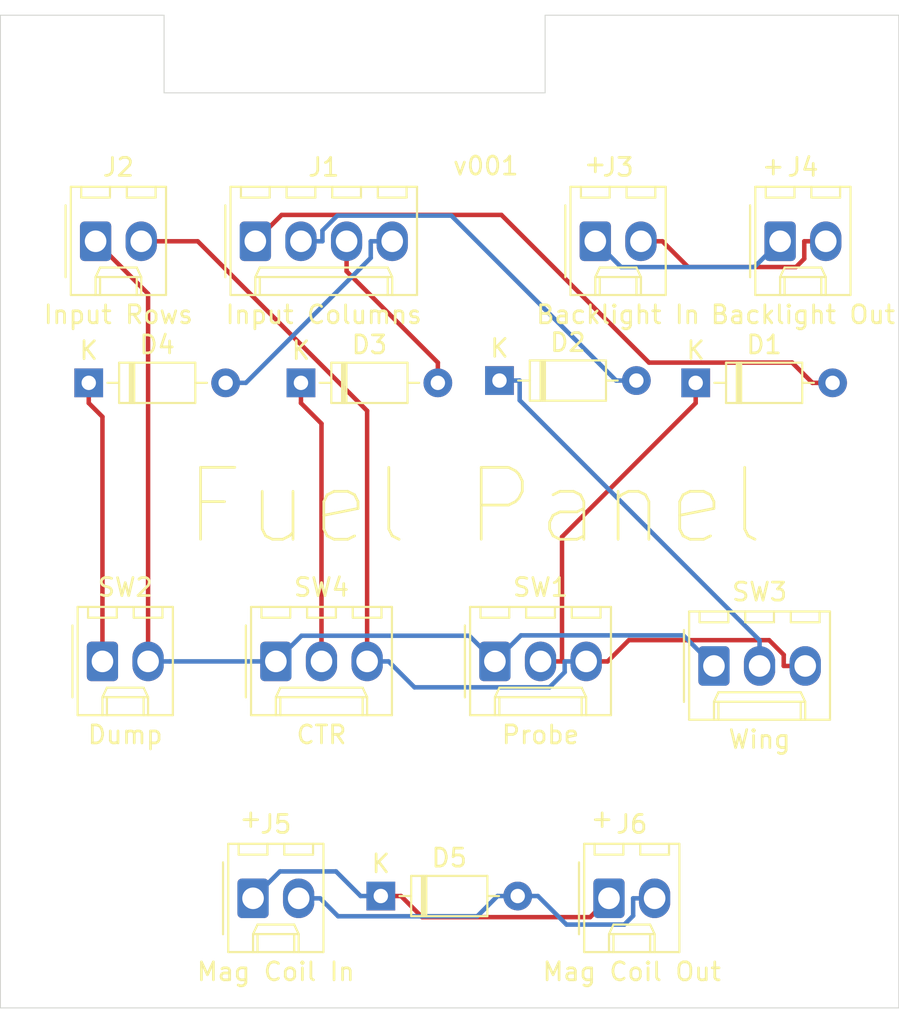
<source format=kicad_pcb>
(kicad_pcb (version 20171130) (host pcbnew "(5.1.5-0-10_14)")

  (general
    (thickness 1.6)
    (drawings 14)
    (tracks 86)
    (zones 0)
    (modules 19)
    (nets 15)
  )

  (page A4)
  (layers
    (0 F.Cu signal)
    (31 B.Cu signal)
    (32 B.Adhes user)
    (33 F.Adhes user)
    (34 B.Paste user)
    (35 F.Paste user)
    (36 B.SilkS user)
    (37 F.SilkS user)
    (38 B.Mask user)
    (39 F.Mask user)
    (40 Dwgs.User user)
    (41 Cmts.User user)
    (42 Eco1.User user)
    (43 Eco2.User user)
    (44 Edge.Cuts user)
    (45 Margin user)
    (46 B.CrtYd user)
    (47 F.CrtYd user)
    (48 B.Fab user)
    (49 F.Fab user)
  )

  (setup
    (last_trace_width 0.25)
    (trace_clearance 0.2)
    (zone_clearance 0.508)
    (zone_45_only no)
    (trace_min 0.2)
    (via_size 0.8)
    (via_drill 0.4)
    (via_min_size 0.4)
    (via_min_drill 0.3)
    (uvia_size 0.3)
    (uvia_drill 0.1)
    (uvias_allowed no)
    (uvia_min_size 0.2)
    (uvia_min_drill 0.1)
    (edge_width 0.05)
    (segment_width 0.2)
    (pcb_text_width 0.3)
    (pcb_text_size 1.5 1.5)
    (mod_edge_width 0.12)
    (mod_text_size 1 1)
    (mod_text_width 0.15)
    (pad_size 1.524 1.524)
    (pad_drill 0.762)
    (pad_to_mask_clearance 0.051)
    (solder_mask_min_width 0.25)
    (aux_axis_origin 0 0)
    (visible_elements FFFFFF7F)
    (pcbplotparams
      (layerselection 0x010fc_ffffffff)
      (usegerberextensions false)
      (usegerberattributes false)
      (usegerberadvancedattributes false)
      (creategerberjobfile false)
      (excludeedgelayer true)
      (linewidth 0.100000)
      (plotframeref false)
      (viasonmask false)
      (mode 1)
      (useauxorigin false)
      (hpglpennumber 1)
      (hpglpenspeed 20)
      (hpglpendiameter 15.000000)
      (psnegative false)
      (psa4output false)
      (plotreference true)
      (plotvalue true)
      (plotinvisibletext false)
      (padsonsilk false)
      (subtractmaskfromsilk false)
      (outputformat 1)
      (mirror false)
      (drillshape 0)
      (scaleselection 1)
      (outputdirectory "manufacturing"))
  )

  (net 0 "")
  (net 1 "Net-(D1-Pad2)")
  (net 2 "Net-(D1-Pad1)")
  (net 3 "Net-(D2-Pad2)")
  (net 4 "Net-(D2-Pad1)")
  (net 5 "Net-(D3-Pad2)")
  (net 6 "Net-(D3-Pad1)")
  (net 7 "Net-(D4-Pad2)")
  (net 8 "Net-(D4-Pad1)")
  (net 9 "Net-(J2-Pad2)")
  (net 10 "Net-(J2-Pad1)")
  (net 11 "Net-(J3-Pad2)")
  (net 12 "Net-(J3-Pad1)")
  (net 13 "Net-(D5-Pad2)")
  (net 14 "Net-(D5-Pad1)")

  (net_class Default "This is the default net class."
    (clearance 0.2)
    (trace_width 0.25)
    (via_dia 0.8)
    (via_drill 0.4)
    (uvia_dia 0.3)
    (uvia_drill 0.1)
    (add_net "Net-(D1-Pad1)")
    (add_net "Net-(D1-Pad2)")
    (add_net "Net-(D2-Pad1)")
    (add_net "Net-(D2-Pad2)")
    (add_net "Net-(D3-Pad1)")
    (add_net "Net-(D3-Pad2)")
    (add_net "Net-(D4-Pad1)")
    (add_net "Net-(D4-Pad2)")
    (add_net "Net-(D5-Pad1)")
    (add_net "Net-(D5-Pad2)")
    (add_net "Net-(J2-Pad1)")
    (add_net "Net-(J2-Pad2)")
    (add_net "Net-(J3-Pad1)")
    (add_net "Net-(J3-Pad2)")
  )

  (module PT_Library_v001:Molex_1x02_P2.54mm_Vertical (layer F.Cu) (tedit 5B78013E) (tstamp 601E0905)
    (at 129.032 96.487)
    (descr "Molex KK-254 Interconnect System, old/engineering part number: AE-6410-02A example for new part number: 22-27-2021, 2 Pins (http://www.molex.com/pdm_docs/sd/022272021_sd.pdf), generated with kicad-footprint-generator")
    (tags "connector Molex KK-254 side entry")
    (path /601EDE98)
    (fp_text reference J6 (at 1.27 -4.12) (layer F.SilkS)
      (effects (font (size 1 1) (thickness 0.15)))
    )
    (fp_text value "Mag Coil Out" (at 1.27 4.08) (layer F.SilkS)
      (effects (font (size 1 1) (thickness 0.15)))
    )
    (fp_text user %R (at 1.27 -2.22) (layer F.Fab)
      (effects (font (size 1 1) (thickness 0.15)))
    )
    (fp_line (start 4.31 -3.42) (end -1.77 -3.42) (layer F.CrtYd) (width 0.05))
    (fp_line (start 4.31 3.38) (end 4.31 -3.42) (layer F.CrtYd) (width 0.05))
    (fp_line (start -1.77 3.38) (end 4.31 3.38) (layer F.CrtYd) (width 0.05))
    (fp_line (start -1.77 -3.42) (end -1.77 3.38) (layer F.CrtYd) (width 0.05))
    (fp_line (start 3.34 -2.43) (end 3.34 -3.03) (layer F.SilkS) (width 0.12))
    (fp_line (start 1.74 -2.43) (end 3.34 -2.43) (layer F.SilkS) (width 0.12))
    (fp_line (start 1.74 -3.03) (end 1.74 -2.43) (layer F.SilkS) (width 0.12))
    (fp_line (start 0.8 -2.43) (end 0.8 -3.03) (layer F.SilkS) (width 0.12))
    (fp_line (start -0.8 -2.43) (end 0.8 -2.43) (layer F.SilkS) (width 0.12))
    (fp_line (start -0.8 -3.03) (end -0.8 -2.43) (layer F.SilkS) (width 0.12))
    (fp_line (start 2.29 2.99) (end 2.29 1.99) (layer F.SilkS) (width 0.12))
    (fp_line (start 0.25 2.99) (end 0.25 1.99) (layer F.SilkS) (width 0.12))
    (fp_line (start 2.29 1.46) (end 2.54 1.99) (layer F.SilkS) (width 0.12))
    (fp_line (start 0.25 1.46) (end 2.29 1.46) (layer F.SilkS) (width 0.12))
    (fp_line (start 0 1.99) (end 0.25 1.46) (layer F.SilkS) (width 0.12))
    (fp_line (start 2.54 1.99) (end 2.54 2.99) (layer F.SilkS) (width 0.12))
    (fp_line (start 0 1.99) (end 2.54 1.99) (layer F.SilkS) (width 0.12))
    (fp_line (start 0 2.99) (end 0 1.99) (layer F.SilkS) (width 0.12))
    (fp_line (start -0.562893 0) (end -1.27 0.5) (layer F.Fab) (width 0.1))
    (fp_line (start -1.27 -0.5) (end -0.562893 0) (layer F.Fab) (width 0.1))
    (fp_line (start -1.67 -2) (end -1.67 2) (layer F.SilkS) (width 0.12))
    (fp_line (start 3.92 -3.03) (end -1.38 -3.03) (layer F.SilkS) (width 0.12))
    (fp_line (start 3.92 2.99) (end 3.92 -3.03) (layer F.SilkS) (width 0.12))
    (fp_line (start -1.38 2.99) (end 3.92 2.99) (layer F.SilkS) (width 0.12))
    (fp_line (start -1.38 -3.03) (end -1.38 2.99) (layer F.SilkS) (width 0.12))
    (fp_line (start 3.81 -2.92) (end -1.27 -2.92) (layer F.Fab) (width 0.1))
    (fp_line (start 3.81 2.88) (end 3.81 -2.92) (layer F.Fab) (width 0.1))
    (fp_line (start -1.27 2.88) (end 3.81 2.88) (layer F.Fab) (width 0.1))
    (fp_line (start -1.27 -2.92) (end -1.27 2.88) (layer F.Fab) (width 0.1))
    (pad 2 thru_hole oval (at 2.54 0) (size 1.74 2.2) (drill 1.2) (layers *.Cu *.Mask)
      (net 13 "Net-(D5-Pad2)"))
    (pad 1 thru_hole roundrect (at 0 0) (size 1.74 2.2) (drill 1.2) (layers *.Cu *.Mask) (roundrect_rratio 0.143678)
      (net 14 "Net-(D5-Pad1)"))
    (model ${KISYS3DMOD}/Connector_Molex.3dshapes/Molex_KK-254_AE-6410-02A_1x02_P2.54mm_Vertical.wrl
      (at (xyz 0 0 0))
      (scale (xyz 1 1 1))
      (rotate (xyz 0 0 0))
    )
  )

  (module PT_Library_v001:Molex_1x02_P2.54mm_Vertical (layer F.Cu) (tedit 5B78013E) (tstamp 601E08E1)
    (at 109.22 96.487)
    (descr "Molex KK-254 Interconnect System, old/engineering part number: AE-6410-02A example for new part number: 22-27-2021, 2 Pins (http://www.molex.com/pdm_docs/sd/022272021_sd.pdf), generated with kicad-footprint-generator")
    (tags "connector Molex KK-254 side entry")
    (path /601EDEA2)
    (fp_text reference J5 (at 1.27 -4.12) (layer F.SilkS)
      (effects (font (size 1 1) (thickness 0.15)))
    )
    (fp_text value "Mag Coil In" (at 1.27 4.08) (layer F.SilkS)
      (effects (font (size 1 1) (thickness 0.15)))
    )
    (fp_text user %R (at 1.27 -2.22) (layer F.Fab)
      (effects (font (size 1 1) (thickness 0.15)))
    )
    (fp_line (start 4.31 -3.42) (end -1.77 -3.42) (layer F.CrtYd) (width 0.05))
    (fp_line (start 4.31 3.38) (end 4.31 -3.42) (layer F.CrtYd) (width 0.05))
    (fp_line (start -1.77 3.38) (end 4.31 3.38) (layer F.CrtYd) (width 0.05))
    (fp_line (start -1.77 -3.42) (end -1.77 3.38) (layer F.CrtYd) (width 0.05))
    (fp_line (start 3.34 -2.43) (end 3.34 -3.03) (layer F.SilkS) (width 0.12))
    (fp_line (start 1.74 -2.43) (end 3.34 -2.43) (layer F.SilkS) (width 0.12))
    (fp_line (start 1.74 -3.03) (end 1.74 -2.43) (layer F.SilkS) (width 0.12))
    (fp_line (start 0.8 -2.43) (end 0.8 -3.03) (layer F.SilkS) (width 0.12))
    (fp_line (start -0.8 -2.43) (end 0.8 -2.43) (layer F.SilkS) (width 0.12))
    (fp_line (start -0.8 -3.03) (end -0.8 -2.43) (layer F.SilkS) (width 0.12))
    (fp_line (start 2.29 2.99) (end 2.29 1.99) (layer F.SilkS) (width 0.12))
    (fp_line (start 0.25 2.99) (end 0.25 1.99) (layer F.SilkS) (width 0.12))
    (fp_line (start 2.29 1.46) (end 2.54 1.99) (layer F.SilkS) (width 0.12))
    (fp_line (start 0.25 1.46) (end 2.29 1.46) (layer F.SilkS) (width 0.12))
    (fp_line (start 0 1.99) (end 0.25 1.46) (layer F.SilkS) (width 0.12))
    (fp_line (start 2.54 1.99) (end 2.54 2.99) (layer F.SilkS) (width 0.12))
    (fp_line (start 0 1.99) (end 2.54 1.99) (layer F.SilkS) (width 0.12))
    (fp_line (start 0 2.99) (end 0 1.99) (layer F.SilkS) (width 0.12))
    (fp_line (start -0.562893 0) (end -1.27 0.5) (layer F.Fab) (width 0.1))
    (fp_line (start -1.27 -0.5) (end -0.562893 0) (layer F.Fab) (width 0.1))
    (fp_line (start -1.67 -2) (end -1.67 2) (layer F.SilkS) (width 0.12))
    (fp_line (start 3.92 -3.03) (end -1.38 -3.03) (layer F.SilkS) (width 0.12))
    (fp_line (start 3.92 2.99) (end 3.92 -3.03) (layer F.SilkS) (width 0.12))
    (fp_line (start -1.38 2.99) (end 3.92 2.99) (layer F.SilkS) (width 0.12))
    (fp_line (start -1.38 -3.03) (end -1.38 2.99) (layer F.SilkS) (width 0.12))
    (fp_line (start 3.81 -2.92) (end -1.27 -2.92) (layer F.Fab) (width 0.1))
    (fp_line (start 3.81 2.88) (end 3.81 -2.92) (layer F.Fab) (width 0.1))
    (fp_line (start -1.27 2.88) (end 3.81 2.88) (layer F.Fab) (width 0.1))
    (fp_line (start -1.27 -2.92) (end -1.27 2.88) (layer F.Fab) (width 0.1))
    (pad 2 thru_hole oval (at 2.54 0) (size 1.74 2.2) (drill 1.2) (layers *.Cu *.Mask)
      (net 13 "Net-(D5-Pad2)"))
    (pad 1 thru_hole roundrect (at 0 0) (size 1.74 2.2) (drill 1.2) (layers *.Cu *.Mask) (roundrect_rratio 0.143678)
      (net 14 "Net-(D5-Pad1)"))
    (model ${KISYS3DMOD}/Connector_Molex.3dshapes/Molex_KK-254_AE-6410-02A_1x02_P2.54mm_Vertical.wrl
      (at (xyz 0 0 0))
      (scale (xyz 1 1 1))
      (rotate (xyz 0 0 0))
    )
  )

  (module PT_Library_v001:D_Signal_P7.62mm_Horizontal (layer F.Cu) (tedit 5AE50CD5) (tstamp 601E075D)
    (at 116.332 96.36)
    (descr "Diode, DO-35_SOD27 series, Axial, Horizontal, pin pitch=7.62mm, , length*diameter=4*2mm^2, , http://www.diodes.com/_files/packages/DO-35.pdf")
    (tags "Diode DO-35_SOD27 series Axial Horizontal pin pitch 7.62mm  length 4mm diameter 2mm")
    (path /601EEC7C)
    (fp_text reference D5 (at 3.81 -2.12) (layer F.SilkS)
      (effects (font (size 1 1) (thickness 0.15)))
    )
    (fp_text value D (at 3.81 2.12) (layer F.Fab)
      (effects (font (size 1 1) (thickness 0.15)))
    )
    (fp_text user K (at 0 -1.8) (layer F.SilkS)
      (effects (font (size 1 1) (thickness 0.15)))
    )
    (fp_text user K (at 0 -1.8) (layer F.Fab)
      (effects (font (size 1 1) (thickness 0.15)))
    )
    (fp_text user %R (at 4.11 0) (layer F.Fab)
      (effects (font (size 0.8 0.8) (thickness 0.12)))
    )
    (fp_line (start 8.67 -1.25) (end -1.05 -1.25) (layer F.CrtYd) (width 0.05))
    (fp_line (start 8.67 1.25) (end 8.67 -1.25) (layer F.CrtYd) (width 0.05))
    (fp_line (start -1.05 1.25) (end 8.67 1.25) (layer F.CrtYd) (width 0.05))
    (fp_line (start -1.05 -1.25) (end -1.05 1.25) (layer F.CrtYd) (width 0.05))
    (fp_line (start 2.29 -1.12) (end 2.29 1.12) (layer F.SilkS) (width 0.12))
    (fp_line (start 2.53 -1.12) (end 2.53 1.12) (layer F.SilkS) (width 0.12))
    (fp_line (start 2.41 -1.12) (end 2.41 1.12) (layer F.SilkS) (width 0.12))
    (fp_line (start 6.58 0) (end 5.93 0) (layer F.SilkS) (width 0.12))
    (fp_line (start 1.04 0) (end 1.69 0) (layer F.SilkS) (width 0.12))
    (fp_line (start 5.93 -1.12) (end 1.69 -1.12) (layer F.SilkS) (width 0.12))
    (fp_line (start 5.93 1.12) (end 5.93 -1.12) (layer F.SilkS) (width 0.12))
    (fp_line (start 1.69 1.12) (end 5.93 1.12) (layer F.SilkS) (width 0.12))
    (fp_line (start 1.69 -1.12) (end 1.69 1.12) (layer F.SilkS) (width 0.12))
    (fp_line (start 2.31 -1) (end 2.31 1) (layer F.Fab) (width 0.1))
    (fp_line (start 2.51 -1) (end 2.51 1) (layer F.Fab) (width 0.1))
    (fp_line (start 2.41 -1) (end 2.41 1) (layer F.Fab) (width 0.1))
    (fp_line (start 7.62 0) (end 5.81 0) (layer F.Fab) (width 0.1))
    (fp_line (start 0 0) (end 1.81 0) (layer F.Fab) (width 0.1))
    (fp_line (start 5.81 -1) (end 1.81 -1) (layer F.Fab) (width 0.1))
    (fp_line (start 5.81 1) (end 5.81 -1) (layer F.Fab) (width 0.1))
    (fp_line (start 1.81 1) (end 5.81 1) (layer F.Fab) (width 0.1))
    (fp_line (start 1.81 -1) (end 1.81 1) (layer F.Fab) (width 0.1))
    (pad 2 thru_hole oval (at 7.62 0) (size 1.6 1.6) (drill 0.8) (layers *.Cu *.Mask)
      (net 13 "Net-(D5-Pad2)"))
    (pad 1 thru_hole rect (at 0 0) (size 1.6 1.6) (drill 0.8) (layers *.Cu *.Mask)
      (net 14 "Net-(D5-Pad1)"))
    (model ${KISYS3DMOD}/Diode_THT.3dshapes/D_DO-35_SOD27_P7.62mm_Horizontal.wrl
      (at (xyz 0 0 0))
      (scale (xyz 1 1 1))
      (rotate (xyz 0 0 0))
    )
  )

  (module MountingHole:MountingHole_3.2mm_M3 (layer F.Cu) (tedit 56D1B4CB) (tstamp 601DF0AC)
    (at 140 100)
    (descr "Mounting Hole 3.2mm, no annular, M3")
    (tags "mounting hole 3.2mm no annular m3")
    (path /601E51A1)
    (attr virtual)
    (fp_text reference H4 (at 0 -4.2) (layer F.SilkS) hide
      (effects (font (size 1 1) (thickness 0.15)))
    )
    (fp_text value MountingHole (at 0 4.2) (layer F.Fab) hide
      (effects (font (size 1 1) (thickness 0.15)))
    )
    (fp_circle (center 0 0) (end 3.45 0) (layer F.CrtYd) (width 0.05))
    (fp_circle (center 0 0) (end 3.2 0) (layer Cmts.User) (width 0.15))
    (fp_text user %R (at 0.3 0) (layer F.Fab)
      (effects (font (size 1 1) (thickness 0.15)))
    )
    (pad 1 np_thru_hole circle (at 0 0) (size 3.2 3.2) (drill 3.2) (layers *.Cu *.Mask))
  )

  (module MountingHole:MountingHole_3.2mm_M3 (layer F.Cu) (tedit 56D1B4CB) (tstamp 601DF0A4)
    (at 100 100)
    (descr "Mounting Hole 3.2mm, no annular, M3")
    (tags "mounting hole 3.2mm no annular m3")
    (path /601E5197)
    (attr virtual)
    (fp_text reference H3 (at 0 -4.2) (layer F.SilkS) hide
      (effects (font (size 1 1) (thickness 0.15)))
    )
    (fp_text value MountingHole (at 0 4.2) (layer F.Fab) hide
      (effects (font (size 1 1) (thickness 0.15)))
    )
    (fp_circle (center 0 0) (end 3.45 0) (layer F.CrtYd) (width 0.05))
    (fp_circle (center 0 0) (end 3.2 0) (layer Cmts.User) (width 0.15))
    (fp_text user %R (at 0.3 0) (layer F.Fab)
      (effects (font (size 1 1) (thickness 0.15)))
    )
    (pad 1 np_thru_hole circle (at 0 0) (size 3.2 3.2) (drill 3.2) (layers *.Cu *.Mask))
  )

  (module MountingHole:MountingHole_3.2mm_M3 (layer F.Cu) (tedit 56D1B4CB) (tstamp 601DF09C)
    (at 140 50)
    (descr "Mounting Hole 3.2mm, no annular, M3")
    (tags "mounting hole 3.2mm no annular m3")
    (path /601E4874)
    (attr virtual)
    (fp_text reference H2 (at 0 -4.2) (layer F.SilkS) hide
      (effects (font (size 1 1) (thickness 0.15)))
    )
    (fp_text value MountingHole (at 0 4.2) (layer F.Fab) hide
      (effects (font (size 1 1) (thickness 0.15)))
    )
    (fp_circle (center 0 0) (end 3.45 0) (layer F.CrtYd) (width 0.05))
    (fp_circle (center 0 0) (end 3.2 0) (layer Cmts.User) (width 0.15))
    (fp_text user %R (at 0.3 0) (layer F.Fab)
      (effects (font (size 1 1) (thickness 0.15)))
    )
    (pad 1 np_thru_hole circle (at 0 0) (size 3.2 3.2) (drill 3.2) (layers *.Cu *.Mask))
  )

  (module MountingHole:MountingHole_3.2mm_M3 (layer F.Cu) (tedit 56D1B4CB) (tstamp 601DF094)
    (at 100 50)
    (descr "Mounting Hole 3.2mm, no annular, M3")
    (tags "mounting hole 3.2mm no annular m3")
    (path /601E443F)
    (attr virtual)
    (fp_text reference H1 (at 0 -4.2) (layer F.SilkS) hide
      (effects (font (size 1 1) (thickness 0.15)))
    )
    (fp_text value MountingHole (at 0 4.2) (layer F.Fab) hide
      (effects (font (size 1 1) (thickness 0.15)))
    )
    (fp_circle (center 0 0) (end 3.45 0) (layer F.CrtYd) (width 0.05))
    (fp_circle (center 0 0) (end 3.2 0) (layer Cmts.User) (width 0.15))
    (fp_text user %R (at 0.3 0) (layer F.Fab)
      (effects (font (size 1 1) (thickness 0.15)))
    )
    (pad 1 np_thru_hole circle (at 0 0) (size 3.2 3.2) (drill 3.2) (layers *.Cu *.Mask))
  )

  (module PT_Library_v001:Molex_1x03_P2.54mm_Vertical (layer F.Cu) (tedit 5B78013E) (tstamp 601DE999)
    (at 110.49 83.311)
    (descr "Molex KK-254 Interconnect System, old/engineering part number: AE-6410-03A example for new part number: 22-27-2031, 3 Pins (http://www.molex.com/pdm_docs/sd/022272021_sd.pdf), generated with kicad-footprint-generator")
    (tags "connector Molex KK-254 side entry")
    (path /5FC57701)
    (fp_text reference SW4 (at 2.54 -4.12) (layer F.SilkS)
      (effects (font (size 1 1) (thickness 0.15)))
    )
    (fp_text value CTR (at 2.54 4.08) (layer F.SilkS)
      (effects (font (size 1 1) (thickness 0.15)))
    )
    (fp_text user %R (at 2.54 -2.22) (layer F.Fab)
      (effects (font (size 1 1) (thickness 0.15)))
    )
    (fp_line (start 6.85 -3.42) (end -1.77 -3.42) (layer F.CrtYd) (width 0.05))
    (fp_line (start 6.85 3.38) (end 6.85 -3.42) (layer F.CrtYd) (width 0.05))
    (fp_line (start -1.77 3.38) (end 6.85 3.38) (layer F.CrtYd) (width 0.05))
    (fp_line (start -1.77 -3.42) (end -1.77 3.38) (layer F.CrtYd) (width 0.05))
    (fp_line (start 5.88 -2.43) (end 5.88 -3.03) (layer F.SilkS) (width 0.12))
    (fp_line (start 4.28 -2.43) (end 5.88 -2.43) (layer F.SilkS) (width 0.12))
    (fp_line (start 4.28 -3.03) (end 4.28 -2.43) (layer F.SilkS) (width 0.12))
    (fp_line (start 3.34 -2.43) (end 3.34 -3.03) (layer F.SilkS) (width 0.12))
    (fp_line (start 1.74 -2.43) (end 3.34 -2.43) (layer F.SilkS) (width 0.12))
    (fp_line (start 1.74 -3.03) (end 1.74 -2.43) (layer F.SilkS) (width 0.12))
    (fp_line (start 0.8 -2.43) (end 0.8 -3.03) (layer F.SilkS) (width 0.12))
    (fp_line (start -0.8 -2.43) (end 0.8 -2.43) (layer F.SilkS) (width 0.12))
    (fp_line (start -0.8 -3.03) (end -0.8 -2.43) (layer F.SilkS) (width 0.12))
    (fp_line (start 4.83 2.99) (end 4.83 1.99) (layer F.SilkS) (width 0.12))
    (fp_line (start 0.25 2.99) (end 0.25 1.99) (layer F.SilkS) (width 0.12))
    (fp_line (start 4.83 1.46) (end 5.08 1.99) (layer F.SilkS) (width 0.12))
    (fp_line (start 0.25 1.46) (end 4.83 1.46) (layer F.SilkS) (width 0.12))
    (fp_line (start 0 1.99) (end 0.25 1.46) (layer F.SilkS) (width 0.12))
    (fp_line (start 5.08 1.99) (end 5.08 2.99) (layer F.SilkS) (width 0.12))
    (fp_line (start 0 1.99) (end 5.08 1.99) (layer F.SilkS) (width 0.12))
    (fp_line (start 0 2.99) (end 0 1.99) (layer F.SilkS) (width 0.12))
    (fp_line (start -0.562893 0) (end -1.27 0.5) (layer F.Fab) (width 0.1))
    (fp_line (start -1.27 -0.5) (end -0.562893 0) (layer F.Fab) (width 0.1))
    (fp_line (start -1.67 -2) (end -1.67 2) (layer F.SilkS) (width 0.12))
    (fp_line (start 6.46 -3.03) (end -1.38 -3.03) (layer F.SilkS) (width 0.12))
    (fp_line (start 6.46 2.99) (end 6.46 -3.03) (layer F.SilkS) (width 0.12))
    (fp_line (start -1.38 2.99) (end 6.46 2.99) (layer F.SilkS) (width 0.12))
    (fp_line (start -1.38 -3.03) (end -1.38 2.99) (layer F.SilkS) (width 0.12))
    (fp_line (start 6.35 -2.92) (end -1.27 -2.92) (layer F.Fab) (width 0.1))
    (fp_line (start 6.35 2.88) (end 6.35 -2.92) (layer F.Fab) (width 0.1))
    (fp_line (start -1.27 2.88) (end 6.35 2.88) (layer F.Fab) (width 0.1))
    (fp_line (start -1.27 -2.92) (end -1.27 2.88) (layer F.Fab) (width 0.1))
    (pad 3 thru_hole oval (at 5.08 0) (size 1.74 2.2) (drill 1.2) (layers *.Cu *.Mask)
      (net 9 "Net-(J2-Pad2)"))
    (pad 2 thru_hole oval (at 2.54 0) (size 1.74 2.2) (drill 1.2) (layers *.Cu *.Mask)
      (net 6 "Net-(D3-Pad1)"))
    (pad 1 thru_hole roundrect (at 0 0) (size 1.74 2.2) (drill 1.2) (layers *.Cu *.Mask) (roundrect_rratio 0.143678)
      (net 10 "Net-(J2-Pad1)"))
    (model ${KISYS3DMOD}/Connector_Molex.3dshapes/Molex_KK-254_AE-6410-03A_1x03_P2.54mm_Vertical.wrl
      (at (xyz 0 0 0))
      (scale (xyz 1 1 1))
      (rotate (xyz 0 0 0))
    )
  )

  (module PT_Library_v001:Molex_1x03_P2.54mm_Vertical (layer F.Cu) (tedit 5B78013E) (tstamp 601DE971)
    (at 134.874 83.565)
    (descr "Molex KK-254 Interconnect System, old/engineering part number: AE-6410-03A example for new part number: 22-27-2031, 3 Pins (http://www.molex.com/pdm_docs/sd/022272021_sd.pdf), generated with kicad-footprint-generator")
    (tags "connector Molex KK-254 side entry")
    (path /5FC57023)
    (fp_text reference SW3 (at 2.54 -4.12) (layer F.SilkS)
      (effects (font (size 1 1) (thickness 0.15)))
    )
    (fp_text value Wing (at 2.54 4.08) (layer F.SilkS)
      (effects (font (size 1 1) (thickness 0.15)))
    )
    (fp_text user %R (at 2.54 -2.22) (layer F.Fab)
      (effects (font (size 1 1) (thickness 0.15)))
    )
    (fp_line (start 6.85 -3.42) (end -1.77 -3.42) (layer F.CrtYd) (width 0.05))
    (fp_line (start 6.85 3.38) (end 6.85 -3.42) (layer F.CrtYd) (width 0.05))
    (fp_line (start -1.77 3.38) (end 6.85 3.38) (layer F.CrtYd) (width 0.05))
    (fp_line (start -1.77 -3.42) (end -1.77 3.38) (layer F.CrtYd) (width 0.05))
    (fp_line (start 5.88 -2.43) (end 5.88 -3.03) (layer F.SilkS) (width 0.12))
    (fp_line (start 4.28 -2.43) (end 5.88 -2.43) (layer F.SilkS) (width 0.12))
    (fp_line (start 4.28 -3.03) (end 4.28 -2.43) (layer F.SilkS) (width 0.12))
    (fp_line (start 3.34 -2.43) (end 3.34 -3.03) (layer F.SilkS) (width 0.12))
    (fp_line (start 1.74 -2.43) (end 3.34 -2.43) (layer F.SilkS) (width 0.12))
    (fp_line (start 1.74 -3.03) (end 1.74 -2.43) (layer F.SilkS) (width 0.12))
    (fp_line (start 0.8 -2.43) (end 0.8 -3.03) (layer F.SilkS) (width 0.12))
    (fp_line (start -0.8 -2.43) (end 0.8 -2.43) (layer F.SilkS) (width 0.12))
    (fp_line (start -0.8 -3.03) (end -0.8 -2.43) (layer F.SilkS) (width 0.12))
    (fp_line (start 4.83 2.99) (end 4.83 1.99) (layer F.SilkS) (width 0.12))
    (fp_line (start 0.25 2.99) (end 0.25 1.99) (layer F.SilkS) (width 0.12))
    (fp_line (start 4.83 1.46) (end 5.08 1.99) (layer F.SilkS) (width 0.12))
    (fp_line (start 0.25 1.46) (end 4.83 1.46) (layer F.SilkS) (width 0.12))
    (fp_line (start 0 1.99) (end 0.25 1.46) (layer F.SilkS) (width 0.12))
    (fp_line (start 5.08 1.99) (end 5.08 2.99) (layer F.SilkS) (width 0.12))
    (fp_line (start 0 1.99) (end 5.08 1.99) (layer F.SilkS) (width 0.12))
    (fp_line (start 0 2.99) (end 0 1.99) (layer F.SilkS) (width 0.12))
    (fp_line (start -0.562893 0) (end -1.27 0.5) (layer F.Fab) (width 0.1))
    (fp_line (start -1.27 -0.5) (end -0.562893 0) (layer F.Fab) (width 0.1))
    (fp_line (start -1.67 -2) (end -1.67 2) (layer F.SilkS) (width 0.12))
    (fp_line (start 6.46 -3.03) (end -1.38 -3.03) (layer F.SilkS) (width 0.12))
    (fp_line (start 6.46 2.99) (end 6.46 -3.03) (layer F.SilkS) (width 0.12))
    (fp_line (start -1.38 2.99) (end 6.46 2.99) (layer F.SilkS) (width 0.12))
    (fp_line (start -1.38 -3.03) (end -1.38 2.99) (layer F.SilkS) (width 0.12))
    (fp_line (start 6.35 -2.92) (end -1.27 -2.92) (layer F.Fab) (width 0.1))
    (fp_line (start 6.35 2.88) (end 6.35 -2.92) (layer F.Fab) (width 0.1))
    (fp_line (start -1.27 2.88) (end 6.35 2.88) (layer F.Fab) (width 0.1))
    (fp_line (start -1.27 -2.92) (end -1.27 2.88) (layer F.Fab) (width 0.1))
    (pad 3 thru_hole oval (at 5.08 0) (size 1.74 2.2) (drill 1.2) (layers *.Cu *.Mask)
      (net 9 "Net-(J2-Pad2)"))
    (pad 2 thru_hole oval (at 2.54 0) (size 1.74 2.2) (drill 1.2) (layers *.Cu *.Mask)
      (net 4 "Net-(D2-Pad1)"))
    (pad 1 thru_hole roundrect (at 0 0) (size 1.74 2.2) (drill 1.2) (layers *.Cu *.Mask) (roundrect_rratio 0.143678)
      (net 10 "Net-(J2-Pad1)"))
    (model ${KISYS3DMOD}/Connector_Molex.3dshapes/Molex_KK-254_AE-6410-03A_1x03_P2.54mm_Vertical.wrl
      (at (xyz 0 0 0))
      (scale (xyz 1 1 1))
      (rotate (xyz 0 0 0))
    )
  )

  (module PT_Library_v001:Molex_1x02_P2.54mm_Vertical (layer F.Cu) (tedit 5B78013E) (tstamp 601DE949)
    (at 100.838 83.311)
    (descr "Molex KK-254 Interconnect System, old/engineering part number: AE-6410-02A example for new part number: 22-27-2021, 2 Pins (http://www.molex.com/pdm_docs/sd/022272021_sd.pdf), generated with kicad-footprint-generator")
    (tags "connector Molex KK-254 side entry")
    (path /5FC61E34)
    (fp_text reference SW2 (at 1.27 -4.12) (layer F.SilkS)
      (effects (font (size 1 1) (thickness 0.15)))
    )
    (fp_text value Dump (at 1.27 4.08) (layer F.SilkS)
      (effects (font (size 1 1) (thickness 0.15)))
    )
    (fp_text user %R (at 1.27 -2.22) (layer F.Fab)
      (effects (font (size 1 1) (thickness 0.15)))
    )
    (fp_line (start 4.31 -3.42) (end -1.77 -3.42) (layer F.CrtYd) (width 0.05))
    (fp_line (start 4.31 3.38) (end 4.31 -3.42) (layer F.CrtYd) (width 0.05))
    (fp_line (start -1.77 3.38) (end 4.31 3.38) (layer F.CrtYd) (width 0.05))
    (fp_line (start -1.77 -3.42) (end -1.77 3.38) (layer F.CrtYd) (width 0.05))
    (fp_line (start 3.34 -2.43) (end 3.34 -3.03) (layer F.SilkS) (width 0.12))
    (fp_line (start 1.74 -2.43) (end 3.34 -2.43) (layer F.SilkS) (width 0.12))
    (fp_line (start 1.74 -3.03) (end 1.74 -2.43) (layer F.SilkS) (width 0.12))
    (fp_line (start 0.8 -2.43) (end 0.8 -3.03) (layer F.SilkS) (width 0.12))
    (fp_line (start -0.8 -2.43) (end 0.8 -2.43) (layer F.SilkS) (width 0.12))
    (fp_line (start -0.8 -3.03) (end -0.8 -2.43) (layer F.SilkS) (width 0.12))
    (fp_line (start 2.29 2.99) (end 2.29 1.99) (layer F.SilkS) (width 0.12))
    (fp_line (start 0.25 2.99) (end 0.25 1.99) (layer F.SilkS) (width 0.12))
    (fp_line (start 2.29 1.46) (end 2.54 1.99) (layer F.SilkS) (width 0.12))
    (fp_line (start 0.25 1.46) (end 2.29 1.46) (layer F.SilkS) (width 0.12))
    (fp_line (start 0 1.99) (end 0.25 1.46) (layer F.SilkS) (width 0.12))
    (fp_line (start 2.54 1.99) (end 2.54 2.99) (layer F.SilkS) (width 0.12))
    (fp_line (start 0 1.99) (end 2.54 1.99) (layer F.SilkS) (width 0.12))
    (fp_line (start 0 2.99) (end 0 1.99) (layer F.SilkS) (width 0.12))
    (fp_line (start -0.562893 0) (end -1.27 0.5) (layer F.Fab) (width 0.1))
    (fp_line (start -1.27 -0.5) (end -0.562893 0) (layer F.Fab) (width 0.1))
    (fp_line (start -1.67 -2) (end -1.67 2) (layer F.SilkS) (width 0.12))
    (fp_line (start 3.92 -3.03) (end -1.38 -3.03) (layer F.SilkS) (width 0.12))
    (fp_line (start 3.92 2.99) (end 3.92 -3.03) (layer F.SilkS) (width 0.12))
    (fp_line (start -1.38 2.99) (end 3.92 2.99) (layer F.SilkS) (width 0.12))
    (fp_line (start -1.38 -3.03) (end -1.38 2.99) (layer F.SilkS) (width 0.12))
    (fp_line (start 3.81 -2.92) (end -1.27 -2.92) (layer F.Fab) (width 0.1))
    (fp_line (start 3.81 2.88) (end 3.81 -2.92) (layer F.Fab) (width 0.1))
    (fp_line (start -1.27 2.88) (end 3.81 2.88) (layer F.Fab) (width 0.1))
    (fp_line (start -1.27 -2.92) (end -1.27 2.88) (layer F.Fab) (width 0.1))
    (pad 2 thru_hole oval (at 2.54 0) (size 1.74 2.2) (drill 1.2) (layers *.Cu *.Mask)
      (net 10 "Net-(J2-Pad1)"))
    (pad 1 thru_hole roundrect (at 0 0) (size 1.74 2.2) (drill 1.2) (layers *.Cu *.Mask) (roundrect_rratio 0.143678)
      (net 8 "Net-(D4-Pad1)"))
    (model ${KISYS3DMOD}/Connector_Molex.3dshapes/Molex_KK-254_AE-6410-02A_1x02_P2.54mm_Vertical.wrl
      (at (xyz 0 0 0))
      (scale (xyz 1 1 1))
      (rotate (xyz 0 0 0))
    )
  )

  (module PT_Library_v001:Molex_1x03_P2.54mm_Vertical (layer F.Cu) (tedit 5B78013E) (tstamp 601DE925)
    (at 122.682 83.311)
    (descr "Molex KK-254 Interconnect System, old/engineering part number: AE-6410-03A example for new part number: 22-27-2031, 3 Pins (http://www.molex.com/pdm_docs/sd/022272021_sd.pdf), generated with kicad-footprint-generator")
    (tags "connector Molex KK-254 side entry")
    (path /5FC1E955)
    (fp_text reference SW1 (at 2.54 -4.12) (layer F.SilkS)
      (effects (font (size 1 1) (thickness 0.15)))
    )
    (fp_text value Probe (at 2.54 4.08) (layer F.SilkS)
      (effects (font (size 1 1) (thickness 0.15)))
    )
    (fp_text user %R (at 2.54 -2.22) (layer F.Fab)
      (effects (font (size 1 1) (thickness 0.15)))
    )
    (fp_line (start 6.85 -3.42) (end -1.77 -3.42) (layer F.CrtYd) (width 0.05))
    (fp_line (start 6.85 3.38) (end 6.85 -3.42) (layer F.CrtYd) (width 0.05))
    (fp_line (start -1.77 3.38) (end 6.85 3.38) (layer F.CrtYd) (width 0.05))
    (fp_line (start -1.77 -3.42) (end -1.77 3.38) (layer F.CrtYd) (width 0.05))
    (fp_line (start 5.88 -2.43) (end 5.88 -3.03) (layer F.SilkS) (width 0.12))
    (fp_line (start 4.28 -2.43) (end 5.88 -2.43) (layer F.SilkS) (width 0.12))
    (fp_line (start 4.28 -3.03) (end 4.28 -2.43) (layer F.SilkS) (width 0.12))
    (fp_line (start 3.34 -2.43) (end 3.34 -3.03) (layer F.SilkS) (width 0.12))
    (fp_line (start 1.74 -2.43) (end 3.34 -2.43) (layer F.SilkS) (width 0.12))
    (fp_line (start 1.74 -3.03) (end 1.74 -2.43) (layer F.SilkS) (width 0.12))
    (fp_line (start 0.8 -2.43) (end 0.8 -3.03) (layer F.SilkS) (width 0.12))
    (fp_line (start -0.8 -2.43) (end 0.8 -2.43) (layer F.SilkS) (width 0.12))
    (fp_line (start -0.8 -3.03) (end -0.8 -2.43) (layer F.SilkS) (width 0.12))
    (fp_line (start 4.83 2.99) (end 4.83 1.99) (layer F.SilkS) (width 0.12))
    (fp_line (start 0.25 2.99) (end 0.25 1.99) (layer F.SilkS) (width 0.12))
    (fp_line (start 4.83 1.46) (end 5.08 1.99) (layer F.SilkS) (width 0.12))
    (fp_line (start 0.25 1.46) (end 4.83 1.46) (layer F.SilkS) (width 0.12))
    (fp_line (start 0 1.99) (end 0.25 1.46) (layer F.SilkS) (width 0.12))
    (fp_line (start 5.08 1.99) (end 5.08 2.99) (layer F.SilkS) (width 0.12))
    (fp_line (start 0 1.99) (end 5.08 1.99) (layer F.SilkS) (width 0.12))
    (fp_line (start 0 2.99) (end 0 1.99) (layer F.SilkS) (width 0.12))
    (fp_line (start -0.562893 0) (end -1.27 0.5) (layer F.Fab) (width 0.1))
    (fp_line (start -1.27 -0.5) (end -0.562893 0) (layer F.Fab) (width 0.1))
    (fp_line (start -1.67 -2) (end -1.67 2) (layer F.SilkS) (width 0.12))
    (fp_line (start 6.46 -3.03) (end -1.38 -3.03) (layer F.SilkS) (width 0.12))
    (fp_line (start 6.46 2.99) (end 6.46 -3.03) (layer F.SilkS) (width 0.12))
    (fp_line (start -1.38 2.99) (end 6.46 2.99) (layer F.SilkS) (width 0.12))
    (fp_line (start -1.38 -3.03) (end -1.38 2.99) (layer F.SilkS) (width 0.12))
    (fp_line (start 6.35 -2.92) (end -1.27 -2.92) (layer F.Fab) (width 0.1))
    (fp_line (start 6.35 2.88) (end 6.35 -2.92) (layer F.Fab) (width 0.1))
    (fp_line (start -1.27 2.88) (end 6.35 2.88) (layer F.Fab) (width 0.1))
    (fp_line (start -1.27 -2.92) (end -1.27 2.88) (layer F.Fab) (width 0.1))
    (pad 3 thru_hole oval (at 5.08 0) (size 1.74 2.2) (drill 1.2) (layers *.Cu *.Mask)
      (net 9 "Net-(J2-Pad2)"))
    (pad 2 thru_hole oval (at 2.54 0) (size 1.74 2.2) (drill 1.2) (layers *.Cu *.Mask)
      (net 2 "Net-(D1-Pad1)"))
    (pad 1 thru_hole roundrect (at 0 0) (size 1.74 2.2) (drill 1.2) (layers *.Cu *.Mask) (roundrect_rratio 0.143678)
      (net 10 "Net-(J2-Pad1)"))
    (model ${KISYS3DMOD}/Connector_Molex.3dshapes/Molex_KK-254_AE-6410-03A_1x03_P2.54mm_Vertical.wrl
      (at (xyz 0 0 0))
      (scale (xyz 1 1 1))
      (rotate (xyz 0 0 0))
    )
  )

  (module PT_Library_v001:Molex_1x02_P2.54mm_Vertical (layer F.Cu) (tedit 5B78013E) (tstamp 601DE8FD)
    (at 138.557 59.944)
    (descr "Molex KK-254 Interconnect System, old/engineering part number: AE-6410-02A example for new part number: 22-27-2021, 2 Pins (http://www.molex.com/pdm_docs/sd/022272021_sd.pdf), generated with kicad-footprint-generator")
    (tags "connector Molex KK-254 side entry")
    (path /601E1DA9)
    (fp_text reference J4 (at 1.27 -4.12) (layer F.SilkS)
      (effects (font (size 1 1) (thickness 0.15)))
    )
    (fp_text value "Backlight Out" (at 1.27 4.08) (layer F.SilkS)
      (effects (font (size 1 1) (thickness 0.15)))
    )
    (fp_text user %R (at 1.27 -2.22) (layer F.Fab)
      (effects (font (size 1 1) (thickness 0.15)))
    )
    (fp_line (start 4.31 -3.42) (end -1.77 -3.42) (layer F.CrtYd) (width 0.05))
    (fp_line (start 4.31 3.38) (end 4.31 -3.42) (layer F.CrtYd) (width 0.05))
    (fp_line (start -1.77 3.38) (end 4.31 3.38) (layer F.CrtYd) (width 0.05))
    (fp_line (start -1.77 -3.42) (end -1.77 3.38) (layer F.CrtYd) (width 0.05))
    (fp_line (start 3.34 -2.43) (end 3.34 -3.03) (layer F.SilkS) (width 0.12))
    (fp_line (start 1.74 -2.43) (end 3.34 -2.43) (layer F.SilkS) (width 0.12))
    (fp_line (start 1.74 -3.03) (end 1.74 -2.43) (layer F.SilkS) (width 0.12))
    (fp_line (start 0.8 -2.43) (end 0.8 -3.03) (layer F.SilkS) (width 0.12))
    (fp_line (start -0.8 -2.43) (end 0.8 -2.43) (layer F.SilkS) (width 0.12))
    (fp_line (start -0.8 -3.03) (end -0.8 -2.43) (layer F.SilkS) (width 0.12))
    (fp_line (start 2.29 2.99) (end 2.29 1.99) (layer F.SilkS) (width 0.12))
    (fp_line (start 0.25 2.99) (end 0.25 1.99) (layer F.SilkS) (width 0.12))
    (fp_line (start 2.29 1.46) (end 2.54 1.99) (layer F.SilkS) (width 0.12))
    (fp_line (start 0.25 1.46) (end 2.29 1.46) (layer F.SilkS) (width 0.12))
    (fp_line (start 0 1.99) (end 0.25 1.46) (layer F.SilkS) (width 0.12))
    (fp_line (start 2.54 1.99) (end 2.54 2.99) (layer F.SilkS) (width 0.12))
    (fp_line (start 0 1.99) (end 2.54 1.99) (layer F.SilkS) (width 0.12))
    (fp_line (start 0 2.99) (end 0 1.99) (layer F.SilkS) (width 0.12))
    (fp_line (start -0.562893 0) (end -1.27 0.5) (layer F.Fab) (width 0.1))
    (fp_line (start -1.27 -0.5) (end -0.562893 0) (layer F.Fab) (width 0.1))
    (fp_line (start -1.67 -2) (end -1.67 2) (layer F.SilkS) (width 0.12))
    (fp_line (start 3.92 -3.03) (end -1.38 -3.03) (layer F.SilkS) (width 0.12))
    (fp_line (start 3.92 2.99) (end 3.92 -3.03) (layer F.SilkS) (width 0.12))
    (fp_line (start -1.38 2.99) (end 3.92 2.99) (layer F.SilkS) (width 0.12))
    (fp_line (start -1.38 -3.03) (end -1.38 2.99) (layer F.SilkS) (width 0.12))
    (fp_line (start 3.81 -2.92) (end -1.27 -2.92) (layer F.Fab) (width 0.1))
    (fp_line (start 3.81 2.88) (end 3.81 -2.92) (layer F.Fab) (width 0.1))
    (fp_line (start -1.27 2.88) (end 3.81 2.88) (layer F.Fab) (width 0.1))
    (fp_line (start -1.27 -2.92) (end -1.27 2.88) (layer F.Fab) (width 0.1))
    (pad 2 thru_hole oval (at 2.54 0) (size 1.74 2.2) (drill 1.2) (layers *.Cu *.Mask)
      (net 11 "Net-(J3-Pad2)"))
    (pad 1 thru_hole roundrect (at 0 0) (size 1.74 2.2) (drill 1.2) (layers *.Cu *.Mask) (roundrect_rratio 0.143678)
      (net 12 "Net-(J3-Pad1)"))
    (model ${KISYS3DMOD}/Connector_Molex.3dshapes/Molex_KK-254_AE-6410-02A_1x02_P2.54mm_Vertical.wrl
      (at (xyz 0 0 0))
      (scale (xyz 1 1 1))
      (rotate (xyz 0 0 0))
    )
  )

  (module PT_Library_v001:Molex_1x02_P2.54mm_Vertical (layer F.Cu) (tedit 5B78013E) (tstamp 601DE8D9)
    (at 128.27 59.944)
    (descr "Molex KK-254 Interconnect System, old/engineering part number: AE-6410-02A example for new part number: 22-27-2021, 2 Pins (http://www.molex.com/pdm_docs/sd/022272021_sd.pdf), generated with kicad-footprint-generator")
    (tags "connector Molex KK-254 side entry")
    (path /601E242D)
    (fp_text reference J3 (at 1.27 -4.12) (layer F.SilkS)
      (effects (font (size 1 1) (thickness 0.15)))
    )
    (fp_text value "Backlight In" (at 1.27 4.08) (layer F.SilkS)
      (effects (font (size 1 1) (thickness 0.15)))
    )
    (fp_text user %R (at 1.27 -2.22) (layer F.Fab)
      (effects (font (size 1 1) (thickness 0.15)))
    )
    (fp_line (start 4.31 -3.42) (end -1.77 -3.42) (layer F.CrtYd) (width 0.05))
    (fp_line (start 4.31 3.38) (end 4.31 -3.42) (layer F.CrtYd) (width 0.05))
    (fp_line (start -1.77 3.38) (end 4.31 3.38) (layer F.CrtYd) (width 0.05))
    (fp_line (start -1.77 -3.42) (end -1.77 3.38) (layer F.CrtYd) (width 0.05))
    (fp_line (start 3.34 -2.43) (end 3.34 -3.03) (layer F.SilkS) (width 0.12))
    (fp_line (start 1.74 -2.43) (end 3.34 -2.43) (layer F.SilkS) (width 0.12))
    (fp_line (start 1.74 -3.03) (end 1.74 -2.43) (layer F.SilkS) (width 0.12))
    (fp_line (start 0.8 -2.43) (end 0.8 -3.03) (layer F.SilkS) (width 0.12))
    (fp_line (start -0.8 -2.43) (end 0.8 -2.43) (layer F.SilkS) (width 0.12))
    (fp_line (start -0.8 -3.03) (end -0.8 -2.43) (layer F.SilkS) (width 0.12))
    (fp_line (start 2.29 2.99) (end 2.29 1.99) (layer F.SilkS) (width 0.12))
    (fp_line (start 0.25 2.99) (end 0.25 1.99) (layer F.SilkS) (width 0.12))
    (fp_line (start 2.29 1.46) (end 2.54 1.99) (layer F.SilkS) (width 0.12))
    (fp_line (start 0.25 1.46) (end 2.29 1.46) (layer F.SilkS) (width 0.12))
    (fp_line (start 0 1.99) (end 0.25 1.46) (layer F.SilkS) (width 0.12))
    (fp_line (start 2.54 1.99) (end 2.54 2.99) (layer F.SilkS) (width 0.12))
    (fp_line (start 0 1.99) (end 2.54 1.99) (layer F.SilkS) (width 0.12))
    (fp_line (start 0 2.99) (end 0 1.99) (layer F.SilkS) (width 0.12))
    (fp_line (start -0.562893 0) (end -1.27 0.5) (layer F.Fab) (width 0.1))
    (fp_line (start -1.27 -0.5) (end -0.562893 0) (layer F.Fab) (width 0.1))
    (fp_line (start -1.67 -2) (end -1.67 2) (layer F.SilkS) (width 0.12))
    (fp_line (start 3.92 -3.03) (end -1.38 -3.03) (layer F.SilkS) (width 0.12))
    (fp_line (start 3.92 2.99) (end 3.92 -3.03) (layer F.SilkS) (width 0.12))
    (fp_line (start -1.38 2.99) (end 3.92 2.99) (layer F.SilkS) (width 0.12))
    (fp_line (start -1.38 -3.03) (end -1.38 2.99) (layer F.SilkS) (width 0.12))
    (fp_line (start 3.81 -2.92) (end -1.27 -2.92) (layer F.Fab) (width 0.1))
    (fp_line (start 3.81 2.88) (end 3.81 -2.92) (layer F.Fab) (width 0.1))
    (fp_line (start -1.27 2.88) (end 3.81 2.88) (layer F.Fab) (width 0.1))
    (fp_line (start -1.27 -2.92) (end -1.27 2.88) (layer F.Fab) (width 0.1))
    (pad 2 thru_hole oval (at 2.54 0) (size 1.74 2.2) (drill 1.2) (layers *.Cu *.Mask)
      (net 11 "Net-(J3-Pad2)"))
    (pad 1 thru_hole roundrect (at 0 0) (size 1.74 2.2) (drill 1.2) (layers *.Cu *.Mask) (roundrect_rratio 0.143678)
      (net 12 "Net-(J3-Pad1)"))
    (model ${KISYS3DMOD}/Connector_Molex.3dshapes/Molex_KK-254_AE-6410-02A_1x02_P2.54mm_Vertical.wrl
      (at (xyz 0 0 0))
      (scale (xyz 1 1 1))
      (rotate (xyz 0 0 0))
    )
  )

  (module PT_Library_v001:Molex_1x02_P2.54mm_Vertical (layer F.Cu) (tedit 5B78013E) (tstamp 601DE8B5)
    (at 100.457 59.944)
    (descr "Molex KK-254 Interconnect System, old/engineering part number: AE-6410-02A example for new part number: 22-27-2021, 2 Pins (http://www.molex.com/pdm_docs/sd/022272021_sd.pdf), generated with kicad-footprint-generator")
    (tags "connector Molex KK-254 side entry")
    (path /5FC37DA5)
    (fp_text reference J2 (at 1.27 -4.12) (layer F.SilkS)
      (effects (font (size 1 1) (thickness 0.15)))
    )
    (fp_text value "Input Rows" (at 1.27 4.08) (layer F.SilkS)
      (effects (font (size 1 1) (thickness 0.15)))
    )
    (fp_text user %R (at 1.27 -2.22) (layer F.Fab)
      (effects (font (size 1 1) (thickness 0.15)))
    )
    (fp_line (start 4.31 -3.42) (end -1.77 -3.42) (layer F.CrtYd) (width 0.05))
    (fp_line (start 4.31 3.38) (end 4.31 -3.42) (layer F.CrtYd) (width 0.05))
    (fp_line (start -1.77 3.38) (end 4.31 3.38) (layer F.CrtYd) (width 0.05))
    (fp_line (start -1.77 -3.42) (end -1.77 3.38) (layer F.CrtYd) (width 0.05))
    (fp_line (start 3.34 -2.43) (end 3.34 -3.03) (layer F.SilkS) (width 0.12))
    (fp_line (start 1.74 -2.43) (end 3.34 -2.43) (layer F.SilkS) (width 0.12))
    (fp_line (start 1.74 -3.03) (end 1.74 -2.43) (layer F.SilkS) (width 0.12))
    (fp_line (start 0.8 -2.43) (end 0.8 -3.03) (layer F.SilkS) (width 0.12))
    (fp_line (start -0.8 -2.43) (end 0.8 -2.43) (layer F.SilkS) (width 0.12))
    (fp_line (start -0.8 -3.03) (end -0.8 -2.43) (layer F.SilkS) (width 0.12))
    (fp_line (start 2.29 2.99) (end 2.29 1.99) (layer F.SilkS) (width 0.12))
    (fp_line (start 0.25 2.99) (end 0.25 1.99) (layer F.SilkS) (width 0.12))
    (fp_line (start 2.29 1.46) (end 2.54 1.99) (layer F.SilkS) (width 0.12))
    (fp_line (start 0.25 1.46) (end 2.29 1.46) (layer F.SilkS) (width 0.12))
    (fp_line (start 0 1.99) (end 0.25 1.46) (layer F.SilkS) (width 0.12))
    (fp_line (start 2.54 1.99) (end 2.54 2.99) (layer F.SilkS) (width 0.12))
    (fp_line (start 0 1.99) (end 2.54 1.99) (layer F.SilkS) (width 0.12))
    (fp_line (start 0 2.99) (end 0 1.99) (layer F.SilkS) (width 0.12))
    (fp_line (start -0.562893 0) (end -1.27 0.5) (layer F.Fab) (width 0.1))
    (fp_line (start -1.27 -0.5) (end -0.562893 0) (layer F.Fab) (width 0.1))
    (fp_line (start -1.67 -2) (end -1.67 2) (layer F.SilkS) (width 0.12))
    (fp_line (start 3.92 -3.03) (end -1.38 -3.03) (layer F.SilkS) (width 0.12))
    (fp_line (start 3.92 2.99) (end 3.92 -3.03) (layer F.SilkS) (width 0.12))
    (fp_line (start -1.38 2.99) (end 3.92 2.99) (layer F.SilkS) (width 0.12))
    (fp_line (start -1.38 -3.03) (end -1.38 2.99) (layer F.SilkS) (width 0.12))
    (fp_line (start 3.81 -2.92) (end -1.27 -2.92) (layer F.Fab) (width 0.1))
    (fp_line (start 3.81 2.88) (end 3.81 -2.92) (layer F.Fab) (width 0.1))
    (fp_line (start -1.27 2.88) (end 3.81 2.88) (layer F.Fab) (width 0.1))
    (fp_line (start -1.27 -2.92) (end -1.27 2.88) (layer F.Fab) (width 0.1))
    (pad 2 thru_hole oval (at 2.54 0) (size 1.74 2.2) (drill 1.2) (layers *.Cu *.Mask)
      (net 9 "Net-(J2-Pad2)"))
    (pad 1 thru_hole roundrect (at 0 0) (size 1.74 2.2) (drill 1.2) (layers *.Cu *.Mask) (roundrect_rratio 0.143678)
      (net 10 "Net-(J2-Pad1)"))
    (model ${KISYS3DMOD}/Connector_Molex.3dshapes/Molex_KK-254_AE-6410-02A_1x02_P2.54mm_Vertical.wrl
      (at (xyz 0 0 0))
      (scale (xyz 1 1 1))
      (rotate (xyz 0 0 0))
    )
  )

  (module PT_Library_v001:Molex_1x04_P2.54mm_Vertical (layer F.Cu) (tedit 5B78013E) (tstamp 601DE891)
    (at 109.347 59.944)
    (descr "Molex KK-254 Interconnect System, old/engineering part number: AE-6410-04A example for new part number: 22-27-2041, 4 Pins (http://www.molex.com/pdm_docs/sd/022272021_sd.pdf), generated with kicad-footprint-generator")
    (tags "connector Molex KK-254 side entry")
    (path /5FC5BDDC)
    (fp_text reference J1 (at 3.81 -4.12) (layer F.SilkS)
      (effects (font (size 1 1) (thickness 0.15)))
    )
    (fp_text value "Input Columns" (at 3.81 4.08) (layer F.SilkS)
      (effects (font (size 1 1) (thickness 0.15)))
    )
    (fp_text user %R (at 3.81 -2.22) (layer F.Fab)
      (effects (font (size 1 1) (thickness 0.15)))
    )
    (fp_line (start 9.39 -3.42) (end -1.77 -3.42) (layer F.CrtYd) (width 0.05))
    (fp_line (start 9.39 3.38) (end 9.39 -3.42) (layer F.CrtYd) (width 0.05))
    (fp_line (start -1.77 3.38) (end 9.39 3.38) (layer F.CrtYd) (width 0.05))
    (fp_line (start -1.77 -3.42) (end -1.77 3.38) (layer F.CrtYd) (width 0.05))
    (fp_line (start 8.42 -2.43) (end 8.42 -3.03) (layer F.SilkS) (width 0.12))
    (fp_line (start 6.82 -2.43) (end 8.42 -2.43) (layer F.SilkS) (width 0.12))
    (fp_line (start 6.82 -3.03) (end 6.82 -2.43) (layer F.SilkS) (width 0.12))
    (fp_line (start 5.88 -2.43) (end 5.88 -3.03) (layer F.SilkS) (width 0.12))
    (fp_line (start 4.28 -2.43) (end 5.88 -2.43) (layer F.SilkS) (width 0.12))
    (fp_line (start 4.28 -3.03) (end 4.28 -2.43) (layer F.SilkS) (width 0.12))
    (fp_line (start 3.34 -2.43) (end 3.34 -3.03) (layer F.SilkS) (width 0.12))
    (fp_line (start 1.74 -2.43) (end 3.34 -2.43) (layer F.SilkS) (width 0.12))
    (fp_line (start 1.74 -3.03) (end 1.74 -2.43) (layer F.SilkS) (width 0.12))
    (fp_line (start 0.8 -2.43) (end 0.8 -3.03) (layer F.SilkS) (width 0.12))
    (fp_line (start -0.8 -2.43) (end 0.8 -2.43) (layer F.SilkS) (width 0.12))
    (fp_line (start -0.8 -3.03) (end -0.8 -2.43) (layer F.SilkS) (width 0.12))
    (fp_line (start 7.37 2.99) (end 7.37 1.99) (layer F.SilkS) (width 0.12))
    (fp_line (start 0.25 2.99) (end 0.25 1.99) (layer F.SilkS) (width 0.12))
    (fp_line (start 7.37 1.46) (end 7.62 1.99) (layer F.SilkS) (width 0.12))
    (fp_line (start 0.25 1.46) (end 7.37 1.46) (layer F.SilkS) (width 0.12))
    (fp_line (start 0 1.99) (end 0.25 1.46) (layer F.SilkS) (width 0.12))
    (fp_line (start 7.62 1.99) (end 7.62 2.99) (layer F.SilkS) (width 0.12))
    (fp_line (start 0 1.99) (end 7.62 1.99) (layer F.SilkS) (width 0.12))
    (fp_line (start 0 2.99) (end 0 1.99) (layer F.SilkS) (width 0.12))
    (fp_line (start -0.562893 0) (end -1.27 0.5) (layer F.Fab) (width 0.1))
    (fp_line (start -1.27 -0.5) (end -0.562893 0) (layer F.Fab) (width 0.1))
    (fp_line (start -1.67 -2) (end -1.67 2) (layer F.SilkS) (width 0.12))
    (fp_line (start 9 -3.03) (end -1.38 -3.03) (layer F.SilkS) (width 0.12))
    (fp_line (start 9 2.99) (end 9 -3.03) (layer F.SilkS) (width 0.12))
    (fp_line (start -1.38 2.99) (end 9 2.99) (layer F.SilkS) (width 0.12))
    (fp_line (start -1.38 -3.03) (end -1.38 2.99) (layer F.SilkS) (width 0.12))
    (fp_line (start 8.89 -2.92) (end -1.27 -2.92) (layer F.Fab) (width 0.1))
    (fp_line (start 8.89 2.88) (end 8.89 -2.92) (layer F.Fab) (width 0.1))
    (fp_line (start -1.27 2.88) (end 8.89 2.88) (layer F.Fab) (width 0.1))
    (fp_line (start -1.27 -2.92) (end -1.27 2.88) (layer F.Fab) (width 0.1))
    (pad 4 thru_hole oval (at 7.62 0) (size 1.74 2.2) (drill 1.2) (layers *.Cu *.Mask)
      (net 7 "Net-(D4-Pad2)"))
    (pad 3 thru_hole oval (at 5.08 0) (size 1.74 2.2) (drill 1.2) (layers *.Cu *.Mask)
      (net 5 "Net-(D3-Pad2)"))
    (pad 2 thru_hole oval (at 2.54 0) (size 1.74 2.2) (drill 1.2) (layers *.Cu *.Mask)
      (net 3 "Net-(D2-Pad2)"))
    (pad 1 thru_hole roundrect (at 0 0) (size 1.74 2.2) (drill 1.2) (layers *.Cu *.Mask) (roundrect_rratio 0.143678)
      (net 1 "Net-(D1-Pad2)"))
    (model ${KISYS3DMOD}/Connector_Molex.3dshapes/Molex_KK-254_AE-6410-04A_1x04_P2.54mm_Vertical.wrl
      (at (xyz 0 0 0))
      (scale (xyz 1 1 1))
      (rotate (xyz 0 0 0))
    )
  )

  (module PT_Library_v001:D_Signal_P7.62mm_Horizontal (layer F.Cu) (tedit 5AE50CD5) (tstamp 601DE865)
    (at 100.076 67.818)
    (descr "Diode, DO-35_SOD27 series, Axial, Horizontal, pin pitch=7.62mm, , length*diameter=4*2mm^2, , http://www.diodes.com/_files/packages/DO-35.pdf")
    (tags "Diode DO-35_SOD27 series Axial Horizontal pin pitch 7.62mm  length 4mm diameter 2mm")
    (path /5FC59BFF)
    (fp_text reference D4 (at 3.81 -2.12) (layer F.SilkS)
      (effects (font (size 1 1) (thickness 0.15)))
    )
    (fp_text value D (at 3.81 2.12) (layer F.Fab)
      (effects (font (size 1 1) (thickness 0.15)))
    )
    (fp_text user K (at 0 -1.8) (layer F.SilkS)
      (effects (font (size 1 1) (thickness 0.15)))
    )
    (fp_text user K (at 0 -1.8) (layer F.Fab)
      (effects (font (size 1 1) (thickness 0.15)))
    )
    (fp_text user %R (at 4.11 0) (layer F.Fab)
      (effects (font (size 0.8 0.8) (thickness 0.12)))
    )
    (fp_line (start 8.67 -1.25) (end -1.05 -1.25) (layer F.CrtYd) (width 0.05))
    (fp_line (start 8.67 1.25) (end 8.67 -1.25) (layer F.CrtYd) (width 0.05))
    (fp_line (start -1.05 1.25) (end 8.67 1.25) (layer F.CrtYd) (width 0.05))
    (fp_line (start -1.05 -1.25) (end -1.05 1.25) (layer F.CrtYd) (width 0.05))
    (fp_line (start 2.29 -1.12) (end 2.29 1.12) (layer F.SilkS) (width 0.12))
    (fp_line (start 2.53 -1.12) (end 2.53 1.12) (layer F.SilkS) (width 0.12))
    (fp_line (start 2.41 -1.12) (end 2.41 1.12) (layer F.SilkS) (width 0.12))
    (fp_line (start 6.58 0) (end 5.93 0) (layer F.SilkS) (width 0.12))
    (fp_line (start 1.04 0) (end 1.69 0) (layer F.SilkS) (width 0.12))
    (fp_line (start 5.93 -1.12) (end 1.69 -1.12) (layer F.SilkS) (width 0.12))
    (fp_line (start 5.93 1.12) (end 5.93 -1.12) (layer F.SilkS) (width 0.12))
    (fp_line (start 1.69 1.12) (end 5.93 1.12) (layer F.SilkS) (width 0.12))
    (fp_line (start 1.69 -1.12) (end 1.69 1.12) (layer F.SilkS) (width 0.12))
    (fp_line (start 2.31 -1) (end 2.31 1) (layer F.Fab) (width 0.1))
    (fp_line (start 2.51 -1) (end 2.51 1) (layer F.Fab) (width 0.1))
    (fp_line (start 2.41 -1) (end 2.41 1) (layer F.Fab) (width 0.1))
    (fp_line (start 7.62 0) (end 5.81 0) (layer F.Fab) (width 0.1))
    (fp_line (start 0 0) (end 1.81 0) (layer F.Fab) (width 0.1))
    (fp_line (start 5.81 -1) (end 1.81 -1) (layer F.Fab) (width 0.1))
    (fp_line (start 5.81 1) (end 5.81 -1) (layer F.Fab) (width 0.1))
    (fp_line (start 1.81 1) (end 5.81 1) (layer F.Fab) (width 0.1))
    (fp_line (start 1.81 -1) (end 1.81 1) (layer F.Fab) (width 0.1))
    (pad 2 thru_hole oval (at 7.62 0) (size 1.6 1.6) (drill 0.8) (layers *.Cu *.Mask)
      (net 7 "Net-(D4-Pad2)"))
    (pad 1 thru_hole rect (at 0 0) (size 1.6 1.6) (drill 0.8) (layers *.Cu *.Mask)
      (net 8 "Net-(D4-Pad1)"))
    (model ${KISYS3DMOD}/Diode_THT.3dshapes/D_DO-35_SOD27_P7.62mm_Horizontal.wrl
      (at (xyz 0 0 0))
      (scale (xyz 1 1 1))
      (rotate (xyz 0 0 0))
    )
  )

  (module PT_Library_v001:D_Signal_P7.62mm_Horizontal (layer F.Cu) (tedit 5AE50CD5) (tstamp 601DF752)
    (at 111.887 67.818)
    (descr "Diode, DO-35_SOD27 series, Axial, Horizontal, pin pitch=7.62mm, , length*diameter=4*2mm^2, , http://www.diodes.com/_files/packages/DO-35.pdf")
    (tags "Diode DO-35_SOD27 series Axial Horizontal pin pitch 7.62mm  length 4mm diameter 2mm")
    (path /5FC594C9)
    (fp_text reference D3 (at 3.81 -2.12) (layer F.SilkS)
      (effects (font (size 1 1) (thickness 0.15)))
    )
    (fp_text value D (at 3.81 2.12) (layer F.Fab)
      (effects (font (size 1 1) (thickness 0.15)))
    )
    (fp_text user K (at 0 -1.8) (layer F.SilkS)
      (effects (font (size 1 1) (thickness 0.15)))
    )
    (fp_text user K (at 0 -1.8) (layer F.Fab)
      (effects (font (size 1 1) (thickness 0.15)))
    )
    (fp_text user %R (at 4.11 0) (layer F.Fab)
      (effects (font (size 0.8 0.8) (thickness 0.12)))
    )
    (fp_line (start 8.67 -1.25) (end -1.05 -1.25) (layer F.CrtYd) (width 0.05))
    (fp_line (start 8.67 1.25) (end 8.67 -1.25) (layer F.CrtYd) (width 0.05))
    (fp_line (start -1.05 1.25) (end 8.67 1.25) (layer F.CrtYd) (width 0.05))
    (fp_line (start -1.05 -1.25) (end -1.05 1.25) (layer F.CrtYd) (width 0.05))
    (fp_line (start 2.29 -1.12) (end 2.29 1.12) (layer F.SilkS) (width 0.12))
    (fp_line (start 2.53 -1.12) (end 2.53 1.12) (layer F.SilkS) (width 0.12))
    (fp_line (start 2.41 -1.12) (end 2.41 1.12) (layer F.SilkS) (width 0.12))
    (fp_line (start 6.58 0) (end 5.93 0) (layer F.SilkS) (width 0.12))
    (fp_line (start 1.04 0) (end 1.69 0) (layer F.SilkS) (width 0.12))
    (fp_line (start 5.93 -1.12) (end 1.69 -1.12) (layer F.SilkS) (width 0.12))
    (fp_line (start 5.93 1.12) (end 5.93 -1.12) (layer F.SilkS) (width 0.12))
    (fp_line (start 1.69 1.12) (end 5.93 1.12) (layer F.SilkS) (width 0.12))
    (fp_line (start 1.69 -1.12) (end 1.69 1.12) (layer F.SilkS) (width 0.12))
    (fp_line (start 2.31 -1) (end 2.31 1) (layer F.Fab) (width 0.1))
    (fp_line (start 2.51 -1) (end 2.51 1) (layer F.Fab) (width 0.1))
    (fp_line (start 2.41 -1) (end 2.41 1) (layer F.Fab) (width 0.1))
    (fp_line (start 7.62 0) (end 5.81 0) (layer F.Fab) (width 0.1))
    (fp_line (start 0 0) (end 1.81 0) (layer F.Fab) (width 0.1))
    (fp_line (start 5.81 -1) (end 1.81 -1) (layer F.Fab) (width 0.1))
    (fp_line (start 5.81 1) (end 5.81 -1) (layer F.Fab) (width 0.1))
    (fp_line (start 1.81 1) (end 5.81 1) (layer F.Fab) (width 0.1))
    (fp_line (start 1.81 -1) (end 1.81 1) (layer F.Fab) (width 0.1))
    (pad 2 thru_hole oval (at 7.62 0) (size 1.6 1.6) (drill 0.8) (layers *.Cu *.Mask)
      (net 5 "Net-(D3-Pad2)"))
    (pad 1 thru_hole rect (at 0 0) (size 1.6 1.6) (drill 0.8) (layers *.Cu *.Mask)
      (net 6 "Net-(D3-Pad1)"))
    (model ${KISYS3DMOD}/Diode_THT.3dshapes/D_DO-35_SOD27_P7.62mm_Horizontal.wrl
      (at (xyz 0 0 0))
      (scale (xyz 1 1 1))
      (rotate (xyz 0 0 0))
    )
  )

  (module PT_Library_v001:D_Signal_P7.62mm_Horizontal (layer F.Cu) (tedit 5AE50CD5) (tstamp 601DE827)
    (at 122.936 67.691)
    (descr "Diode, DO-35_SOD27 series, Axial, Horizontal, pin pitch=7.62mm, , length*diameter=4*2mm^2, , http://www.diodes.com/_files/packages/DO-35.pdf")
    (tags "Diode DO-35_SOD27 series Axial Horizontal pin pitch 7.62mm  length 4mm diameter 2mm")
    (path /5FC58F51)
    (fp_text reference D2 (at 3.81 -2.12) (layer F.SilkS)
      (effects (font (size 1 1) (thickness 0.15)))
    )
    (fp_text value D (at 3.81 2.12) (layer F.Fab)
      (effects (font (size 1 1) (thickness 0.15)))
    )
    (fp_text user K (at 0 -1.8) (layer F.SilkS)
      (effects (font (size 1 1) (thickness 0.15)))
    )
    (fp_text user K (at 0 -1.8) (layer F.Fab)
      (effects (font (size 1 1) (thickness 0.15)))
    )
    (fp_text user %R (at 4.11 0) (layer F.Fab)
      (effects (font (size 0.8 0.8) (thickness 0.12)))
    )
    (fp_line (start 8.67 -1.25) (end -1.05 -1.25) (layer F.CrtYd) (width 0.05))
    (fp_line (start 8.67 1.25) (end 8.67 -1.25) (layer F.CrtYd) (width 0.05))
    (fp_line (start -1.05 1.25) (end 8.67 1.25) (layer F.CrtYd) (width 0.05))
    (fp_line (start -1.05 -1.25) (end -1.05 1.25) (layer F.CrtYd) (width 0.05))
    (fp_line (start 2.29 -1.12) (end 2.29 1.12) (layer F.SilkS) (width 0.12))
    (fp_line (start 2.53 -1.12) (end 2.53 1.12) (layer F.SilkS) (width 0.12))
    (fp_line (start 2.41 -1.12) (end 2.41 1.12) (layer F.SilkS) (width 0.12))
    (fp_line (start 6.58 0) (end 5.93 0) (layer F.SilkS) (width 0.12))
    (fp_line (start 1.04 0) (end 1.69 0) (layer F.SilkS) (width 0.12))
    (fp_line (start 5.93 -1.12) (end 1.69 -1.12) (layer F.SilkS) (width 0.12))
    (fp_line (start 5.93 1.12) (end 5.93 -1.12) (layer F.SilkS) (width 0.12))
    (fp_line (start 1.69 1.12) (end 5.93 1.12) (layer F.SilkS) (width 0.12))
    (fp_line (start 1.69 -1.12) (end 1.69 1.12) (layer F.SilkS) (width 0.12))
    (fp_line (start 2.31 -1) (end 2.31 1) (layer F.Fab) (width 0.1))
    (fp_line (start 2.51 -1) (end 2.51 1) (layer F.Fab) (width 0.1))
    (fp_line (start 2.41 -1) (end 2.41 1) (layer F.Fab) (width 0.1))
    (fp_line (start 7.62 0) (end 5.81 0) (layer F.Fab) (width 0.1))
    (fp_line (start 0 0) (end 1.81 0) (layer F.Fab) (width 0.1))
    (fp_line (start 5.81 -1) (end 1.81 -1) (layer F.Fab) (width 0.1))
    (fp_line (start 5.81 1) (end 5.81 -1) (layer F.Fab) (width 0.1))
    (fp_line (start 1.81 1) (end 5.81 1) (layer F.Fab) (width 0.1))
    (fp_line (start 1.81 -1) (end 1.81 1) (layer F.Fab) (width 0.1))
    (pad 2 thru_hole oval (at 7.62 0) (size 1.6 1.6) (drill 0.8) (layers *.Cu *.Mask)
      (net 3 "Net-(D2-Pad2)"))
    (pad 1 thru_hole rect (at 0 0) (size 1.6 1.6) (drill 0.8) (layers *.Cu *.Mask)
      (net 4 "Net-(D2-Pad1)"))
    (model ${KISYS3DMOD}/Diode_THT.3dshapes/D_DO-35_SOD27_P7.62mm_Horizontal.wrl
      (at (xyz 0 0 0))
      (scale (xyz 1 1 1))
      (rotate (xyz 0 0 0))
    )
  )

  (module PT_Library_v001:D_Signal_P7.62mm_Horizontal (layer F.Cu) (tedit 5AE50CD5) (tstamp 601DE808)
    (at 133.858 67.818)
    (descr "Diode, DO-35_SOD27 series, Axial, Horizontal, pin pitch=7.62mm, , length*diameter=4*2mm^2, , http://www.diodes.com/_files/packages/DO-35.pdf")
    (tags "Diode DO-35_SOD27 series Axial Horizontal pin pitch 7.62mm  length 4mm diameter 2mm")
    (path /5FC2589C)
    (fp_text reference D1 (at 3.81 -2.12) (layer F.SilkS)
      (effects (font (size 1 1) (thickness 0.15)))
    )
    (fp_text value D (at 3.81 2.12) (layer F.Fab)
      (effects (font (size 1 1) (thickness 0.15)))
    )
    (fp_text user K (at 0 -1.8) (layer F.SilkS)
      (effects (font (size 1 1) (thickness 0.15)))
    )
    (fp_text user K (at 0 -1.8) (layer F.Fab)
      (effects (font (size 1 1) (thickness 0.15)))
    )
    (fp_text user %R (at 4.11 0) (layer F.Fab)
      (effects (font (size 0.8 0.8) (thickness 0.12)))
    )
    (fp_line (start 8.67 -1.25) (end -1.05 -1.25) (layer F.CrtYd) (width 0.05))
    (fp_line (start 8.67 1.25) (end 8.67 -1.25) (layer F.CrtYd) (width 0.05))
    (fp_line (start -1.05 1.25) (end 8.67 1.25) (layer F.CrtYd) (width 0.05))
    (fp_line (start -1.05 -1.25) (end -1.05 1.25) (layer F.CrtYd) (width 0.05))
    (fp_line (start 2.29 -1.12) (end 2.29 1.12) (layer F.SilkS) (width 0.12))
    (fp_line (start 2.53 -1.12) (end 2.53 1.12) (layer F.SilkS) (width 0.12))
    (fp_line (start 2.41 -1.12) (end 2.41 1.12) (layer F.SilkS) (width 0.12))
    (fp_line (start 6.58 0) (end 5.93 0) (layer F.SilkS) (width 0.12))
    (fp_line (start 1.04 0) (end 1.69 0) (layer F.SilkS) (width 0.12))
    (fp_line (start 5.93 -1.12) (end 1.69 -1.12) (layer F.SilkS) (width 0.12))
    (fp_line (start 5.93 1.12) (end 5.93 -1.12) (layer F.SilkS) (width 0.12))
    (fp_line (start 1.69 1.12) (end 5.93 1.12) (layer F.SilkS) (width 0.12))
    (fp_line (start 1.69 -1.12) (end 1.69 1.12) (layer F.SilkS) (width 0.12))
    (fp_line (start 2.31 -1) (end 2.31 1) (layer F.Fab) (width 0.1))
    (fp_line (start 2.51 -1) (end 2.51 1) (layer F.Fab) (width 0.1))
    (fp_line (start 2.41 -1) (end 2.41 1) (layer F.Fab) (width 0.1))
    (fp_line (start 7.62 0) (end 5.81 0) (layer F.Fab) (width 0.1))
    (fp_line (start 0 0) (end 1.81 0) (layer F.Fab) (width 0.1))
    (fp_line (start 5.81 -1) (end 1.81 -1) (layer F.Fab) (width 0.1))
    (fp_line (start 5.81 1) (end 5.81 -1) (layer F.Fab) (width 0.1))
    (fp_line (start 1.81 1) (end 5.81 1) (layer F.Fab) (width 0.1))
    (fp_line (start 1.81 -1) (end 1.81 1) (layer F.Fab) (width 0.1))
    (pad 2 thru_hole oval (at 7.62 0) (size 1.6 1.6) (drill 0.8) (layers *.Cu *.Mask)
      (net 1 "Net-(D1-Pad2)"))
    (pad 1 thru_hole rect (at 0 0) (size 1.6 1.6) (drill 0.8) (layers *.Cu *.Mask)
      (net 2 "Net-(D1-Pad1)"))
    (model ${KISYS3DMOD}/Diode_THT.3dshapes/D_DO-35_SOD27_P7.62mm_Horizontal.wrl
      (at (xyz 0 0 0))
      (scale (xyz 1 1 1))
      (rotate (xyz 0 0 0))
    )
  )

  (gr_line (start 145.161 47.371) (end 125.476 47.371) (layer Edge.Cuts) (width 0.05) (tstamp 60467F02))
  (gr_line (start 104.267 47.371) (end 95.161 47.371) (layer Edge.Cuts) (width 0.05) (tstamp 60467F00))
  (gr_line (start 104.267 51.689) (end 104.267 47.371) (layer Edge.Cuts) (width 0.05))
  (gr_line (start 125.476 51.689) (end 104.267 51.689) (layer Edge.Cuts) (width 0.05))
  (gr_line (start 125.476 47.371) (end 125.476 51.689) (layer Edge.Cuts) (width 0.05))
  (gr_text + (at 109.093 92.042) (layer F.SilkS) (tstamp 601E0B94)
    (effects (font (size 1 1) (thickness 0.15)))
  )
  (gr_text + (at 128.651 92.042) (layer F.SilkS) (tstamp 601E0B92)
    (effects (font (size 1 1) (thickness 0.15)))
  )
  (gr_text + (at 138.176 55.753) (layer F.SilkS) (tstamp 601E0B90)
    (effects (font (size 1 1) (thickness 0.15)))
  )
  (gr_text + (at 128.27 55.626) (layer F.SilkS)
    (effects (font (size 1 1) (thickness 0.15)))
  )
  (gr_text v001 (at 122.174 55.753) (layer F.SilkS)
    (effects (font (size 1 1) (thickness 0.15)))
  )
  (gr_line (start 145.161 102.583) (end 145.161 47.371) (layer Edge.Cuts) (width 0.05) (tstamp 601E012F))
  (gr_line (start 95.161 47.371) (end 95.161 102.583) (layer Edge.Cuts) (width 0.05) (tstamp 601DFE7C))
  (gr_line (start 95.161 102.583) (end 145.161 102.583) (layer Edge.Cuts) (width 0.05) (tstamp 601DFE62))
  (gr_text "Fuel Panel" (at 121.539 74.676) (layer F.SilkS)
    (effects (font (size 4 4) (thickness 0.15)))
  )

  (segment (start 141.478 67.818) (end 140.3527 67.818) (width 0.25) (layer F.Cu) (net 1))
  (segment (start 109.347 59.944) (end 110.8139 58.4771) (width 0.25) (layer F.Cu) (net 1))
  (segment (start 110.8139 58.4771) (end 123.044 58.4771) (width 0.25) (layer F.Cu) (net 1))
  (segment (start 123.044 58.4771) (end 131.2596 66.6927) (width 0.25) (layer F.Cu) (net 1))
  (segment (start 131.2596 66.6927) (end 139.2274 66.6927) (width 0.25) (layer F.Cu) (net 1))
  (segment (start 139.2274 66.6927) (end 140.3527 67.818) (width 0.25) (layer F.Cu) (net 1))
  (segment (start 133.858 67.818) (end 133.858 68.9433) (width 0.25) (layer F.Cu) (net 2))
  (segment (start 125.222 83.311) (end 126.4173 83.311) (width 0.25) (layer F.Cu) (net 2))
  (segment (start 126.4173 83.311) (end 126.4173 76.384) (width 0.25) (layer F.Cu) (net 2))
  (segment (start 126.4173 76.384) (end 133.858 68.9433) (width 0.25) (layer F.Cu) (net 2))
  (segment (start 130.556 67.691) (end 129.4307 67.691) (width 0.25) (layer B.Cu) (net 3))
  (segment (start 111.887 59.944) (end 113.0823 59.944) (width 0.25) (layer B.Cu) (net 3))
  (segment (start 113.0823 59.944) (end 113.0823 59.3463) (width 0.25) (layer B.Cu) (net 3))
  (segment (start 113.0823 59.3463) (end 113.9111 58.5175) (width 0.25) (layer B.Cu) (net 3))
  (segment (start 113.9111 58.5175) (end 120.2572 58.5175) (width 0.25) (layer B.Cu) (net 3))
  (segment (start 120.2572 58.5175) (end 129.4307 67.691) (width 0.25) (layer B.Cu) (net 3))
  (segment (start 122.936 67.691) (end 124.0613 67.691) (width 0.25) (layer B.Cu) (net 4))
  (segment (start 137.414 83.565) (end 137.414 82.1397) (width 0.25) (layer B.Cu) (net 4))
  (segment (start 137.414 82.1397) (end 124.0613 68.787) (width 0.25) (layer B.Cu) (net 4))
  (segment (start 124.0613 68.787) (end 124.0613 67.691) (width 0.25) (layer B.Cu) (net 4))
  (segment (start 119.507 67.818) (end 119.507 66.6927) (width 0.25) (layer F.Cu) (net 5))
  (segment (start 114.427 59.944) (end 114.427 61.6127) (width 0.25) (layer F.Cu) (net 5))
  (segment (start 114.427 61.6127) (end 119.507 66.6927) (width 0.25) (layer F.Cu) (net 5))
  (segment (start 111.887 67.818) (end 111.887 68.9433) (width 0.25) (layer F.Cu) (net 6))
  (segment (start 113.03 83.311) (end 113.03 70.0863) (width 0.25) (layer F.Cu) (net 6))
  (segment (start 113.03 70.0863) (end 111.887 68.9433) (width 0.25) (layer F.Cu) (net 6))
  (segment (start 107.696 67.818) (end 108.8213 67.818) (width 0.25) (layer B.Cu) (net 7))
  (segment (start 116.967 59.944) (end 115.7717 59.944) (width 0.25) (layer B.Cu) (net 7))
  (segment (start 115.7717 59.944) (end 115.7717 60.8676) (width 0.25) (layer B.Cu) (net 7))
  (segment (start 115.7717 60.8676) (end 108.8213 67.818) (width 0.25) (layer B.Cu) (net 7))
  (segment (start 100.076 67.818) (end 100.076 68.9433) (width 0.25) (layer F.Cu) (net 8))
  (segment (start 100.076 68.9433) (end 100.838 69.7053) (width 0.25) (layer F.Cu) (net 8))
  (segment (start 100.838 69.7053) (end 100.838 83.311) (width 0.25) (layer F.Cu) (net 8))
  (segment (start 115.57 83.311) (end 115.57 69.3721) (width 0.25) (layer F.Cu) (net 9))
  (segment (start 115.57 69.3721) (end 106.1419 59.944) (width 0.25) (layer F.Cu) (net 9))
  (segment (start 106.1419 59.944) (end 102.997 59.944) (width 0.25) (layer F.Cu) (net 9))
  (segment (start 115.57 83.311) (end 116.7653 83.311) (width 0.25) (layer B.Cu) (net 9))
  (segment (start 127.762 83.311) (end 126.5667 83.311) (width 0.25) (layer B.Cu) (net 9))
  (segment (start 126.5667 83.311) (end 126.5667 83.9086) (width 0.25) (layer B.Cu) (net 9))
  (segment (start 126.5667 83.9086) (end 125.7241 84.7512) (width 0.25) (layer B.Cu) (net 9))
  (segment (start 125.7241 84.7512) (end 118.2055 84.7512) (width 0.25) (layer B.Cu) (net 9))
  (segment (start 118.2055 84.7512) (end 116.7653 83.311) (width 0.25) (layer B.Cu) (net 9))
  (segment (start 139.954 83.565) (end 138.7587 83.565) (width 0.25) (layer F.Cu) (net 9))
  (segment (start 127.762 83.311) (end 128.9573 83.311) (width 0.25) (layer F.Cu) (net 9))
  (segment (start 128.9573 83.311) (end 130.1394 82.1289) (width 0.25) (layer F.Cu) (net 9))
  (segment (start 130.1394 82.1289) (end 137.9441 82.1289) (width 0.25) (layer F.Cu) (net 9))
  (segment (start 137.9441 82.1289) (end 138.7587 82.9435) (width 0.25) (layer F.Cu) (net 9))
  (segment (start 138.7587 82.9435) (end 138.7587 83.565) (width 0.25) (layer F.Cu) (net 9))
  (segment (start 103.378 83.311) (end 103.378 62.865) (width 0.25) (layer F.Cu) (net 10))
  (segment (start 103.378 62.865) (end 100.457 59.944) (width 0.25) (layer F.Cu) (net 10))
  (segment (start 110.49 83.311) (end 104.5733 83.311) (width 0.25) (layer B.Cu) (net 10))
  (segment (start 122.682 83.311) (end 121.2541 81.8831) (width 0.25) (layer B.Cu) (net 10))
  (segment (start 121.2541 81.8831) (end 111.9179 81.8831) (width 0.25) (layer B.Cu) (net 10))
  (segment (start 111.9179 81.8831) (end 110.49 83.311) (width 0.25) (layer B.Cu) (net 10))
  (segment (start 103.378 83.311) (end 104.5733 83.311) (width 0.25) (layer B.Cu) (net 10))
  (segment (start 122.682 83.311) (end 124.1302 81.8628) (width 0.25) (layer B.Cu) (net 10))
  (segment (start 124.1302 81.8628) (end 133.1718 81.8628) (width 0.25) (layer B.Cu) (net 10))
  (segment (start 133.1718 81.8628) (end 134.874 83.565) (width 0.25) (layer B.Cu) (net 10))
  (segment (start 141.097 59.944) (end 139.9017 59.944) (width 0.25) (layer F.Cu) (net 11))
  (segment (start 130.81 59.944) (end 132.0053 59.944) (width 0.25) (layer F.Cu) (net 11))
  (segment (start 132.0053 59.944) (end 133.4385 61.3772) (width 0.25) (layer F.Cu) (net 11))
  (segment (start 133.4385 61.3772) (end 139.4397 61.3772) (width 0.25) (layer F.Cu) (net 11))
  (segment (start 139.4397 61.3772) (end 139.9017 60.9152) (width 0.25) (layer F.Cu) (net 11))
  (segment (start 139.9017 60.9152) (end 139.9017 59.944) (width 0.25) (layer F.Cu) (net 11))
  (segment (start 128.27 59.944) (end 129.7062 61.3802) (width 0.25) (layer B.Cu) (net 12))
  (segment (start 129.7062 61.3802) (end 137.1208 61.3802) (width 0.25) (layer B.Cu) (net 12))
  (segment (start 137.1208 61.3802) (end 138.557 59.944) (width 0.25) (layer B.Cu) (net 12))
  (segment (start 123.952 96.36) (end 122.8267 96.36) (width 0.25) (layer B.Cu) (net 13))
  (segment (start 111.76 96.487) (end 112.9553 96.487) (width 0.25) (layer B.Cu) (net 13))
  (segment (start 112.9553 96.487) (end 113.9536 97.4853) (width 0.25) (layer B.Cu) (net 13))
  (segment (start 113.9536 97.4853) (end 121.7014 97.4853) (width 0.25) (layer B.Cu) (net 13))
  (segment (start 121.7014 97.4853) (end 122.8267 96.36) (width 0.25) (layer B.Cu) (net 13))
  (segment (start 131.572 96.487) (end 130.3767 96.487) (width 0.25) (layer B.Cu) (net 13))
  (segment (start 123.952 96.36) (end 125.0773 96.36) (width 0.25) (layer B.Cu) (net 13))
  (segment (start 125.0773 96.36) (end 126.6648 97.9475) (width 0.25) (layer B.Cu) (net 13))
  (segment (start 126.6648 97.9475) (end 129.8874 97.9475) (width 0.25) (layer B.Cu) (net 13))
  (segment (start 129.8874 97.9475) (end 130.3767 97.4582) (width 0.25) (layer B.Cu) (net 13))
  (segment (start 130.3767 97.4582) (end 130.3767 96.487) (width 0.25) (layer B.Cu) (net 13))
  (segment (start 116.332 96.36) (end 117.4573 96.36) (width 0.25) (layer F.Cu) (net 14))
  (segment (start 117.4573 96.36) (end 118.6316 97.5343) (width 0.25) (layer F.Cu) (net 14))
  (segment (start 118.6316 97.5343) (end 127.9847 97.5343) (width 0.25) (layer F.Cu) (net 14))
  (segment (start 127.9847 97.5343) (end 129.032 96.487) (width 0.25) (layer F.Cu) (net 14))
  (segment (start 116.332 96.36) (end 115.2067 96.36) (width 0.25) (layer B.Cu) (net 14))
  (segment (start 115.2067 96.36) (end 113.8376 94.9909) (width 0.25) (layer B.Cu) (net 14))
  (segment (start 113.8376 94.9909) (end 110.7161 94.9909) (width 0.25) (layer B.Cu) (net 14))
  (segment (start 110.7161 94.9909) (end 109.22 96.487) (width 0.25) (layer B.Cu) (net 14))

)

</source>
